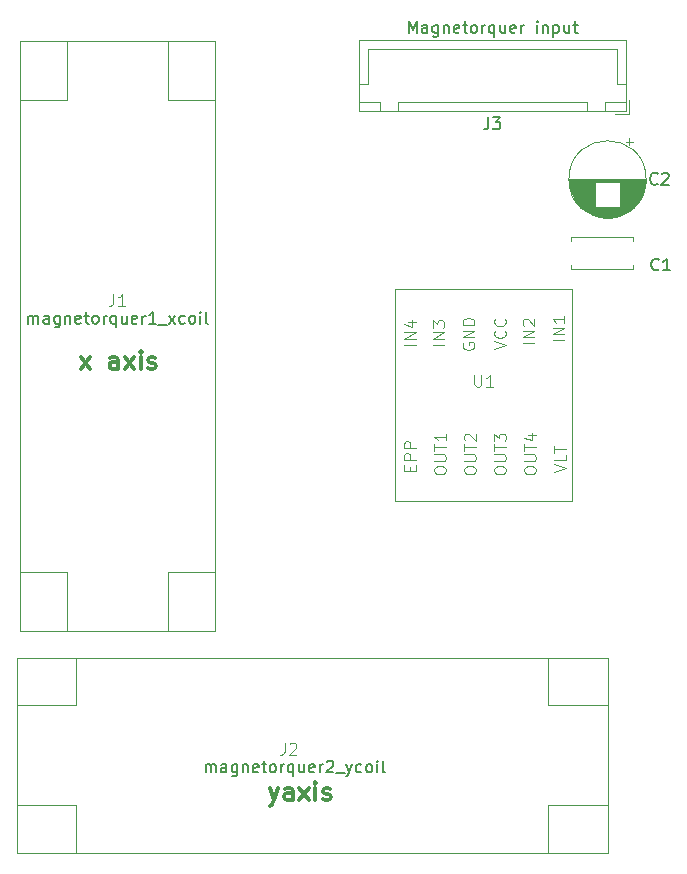
<source format=gbr>
%TF.GenerationSoftware,KiCad,Pcbnew,9.0.4*%
%TF.CreationDate,2025-10-27T02:18:45+05:45*%
%TF.ProjectId,magnetorquer,6d61676e-6574-46f7-9271-7565722e6b69,rev?*%
%TF.SameCoordinates,Original*%
%TF.FileFunction,Legend,Top*%
%TF.FilePolarity,Positive*%
%FSLAX46Y46*%
G04 Gerber Fmt 4.6, Leading zero omitted, Abs format (unit mm)*
G04 Created by KiCad (PCBNEW 9.0.4) date 2025-10-27 02:18:45*
%MOMM*%
%LPD*%
G01*
G04 APERTURE LIST*
%ADD10C,0.300000*%
%ADD11C,0.100000*%
%ADD12C,0.150000*%
%ADD13C,0.120000*%
G04 APERTURE END LIST*
D10*
X36411653Y-66300828D02*
X36768796Y-67300828D01*
X37125939Y-66300828D02*
X36768796Y-67300828D01*
X36768796Y-67300828D02*
X36625939Y-67657971D01*
X36625939Y-67657971D02*
X36554510Y-67729400D01*
X36554510Y-67729400D02*
X36411653Y-67800828D01*
X38340225Y-67300828D02*
X38340225Y-66515114D01*
X38340225Y-66515114D02*
X38268796Y-66372257D01*
X38268796Y-66372257D02*
X38125939Y-66300828D01*
X38125939Y-66300828D02*
X37840225Y-66300828D01*
X37840225Y-66300828D02*
X37697367Y-66372257D01*
X38340225Y-67229400D02*
X38197367Y-67300828D01*
X38197367Y-67300828D02*
X37840225Y-67300828D01*
X37840225Y-67300828D02*
X37697367Y-67229400D01*
X37697367Y-67229400D02*
X37625939Y-67086542D01*
X37625939Y-67086542D02*
X37625939Y-66943685D01*
X37625939Y-66943685D02*
X37697367Y-66800828D01*
X37697367Y-66800828D02*
X37840225Y-66729400D01*
X37840225Y-66729400D02*
X38197367Y-66729400D01*
X38197367Y-66729400D02*
X38340225Y-66657971D01*
X38911653Y-67300828D02*
X39697368Y-66300828D01*
X38911653Y-66300828D02*
X39697368Y-67300828D01*
X40268796Y-67300828D02*
X40268796Y-66300828D01*
X40268796Y-65800828D02*
X40197368Y-65872257D01*
X40197368Y-65872257D02*
X40268796Y-65943685D01*
X40268796Y-65943685D02*
X40340225Y-65872257D01*
X40340225Y-65872257D02*
X40268796Y-65800828D01*
X40268796Y-65800828D02*
X40268796Y-65943685D01*
X40911654Y-67229400D02*
X41054511Y-67300828D01*
X41054511Y-67300828D02*
X41340225Y-67300828D01*
X41340225Y-67300828D02*
X41483082Y-67229400D01*
X41483082Y-67229400D02*
X41554511Y-67086542D01*
X41554511Y-67086542D02*
X41554511Y-67015114D01*
X41554511Y-67015114D02*
X41483082Y-66872257D01*
X41483082Y-66872257D02*
X41340225Y-66800828D01*
X41340225Y-66800828D02*
X41125940Y-66800828D01*
X41125940Y-66800828D02*
X40983082Y-66729400D01*
X40983082Y-66729400D02*
X40911654Y-66586542D01*
X40911654Y-66586542D02*
X40911654Y-66515114D01*
X40911654Y-66515114D02*
X40983082Y-66372257D01*
X40983082Y-66372257D02*
X41125940Y-66300828D01*
X41125940Y-66300828D02*
X41340225Y-66300828D01*
X41340225Y-66300828D02*
X41483082Y-66372257D01*
X20411653Y-30800828D02*
X21197368Y-29800828D01*
X20411653Y-29800828D02*
X21197368Y-30800828D01*
X23554511Y-30800828D02*
X23554511Y-30015114D01*
X23554511Y-30015114D02*
X23483082Y-29872257D01*
X23483082Y-29872257D02*
X23340225Y-29800828D01*
X23340225Y-29800828D02*
X23054511Y-29800828D01*
X23054511Y-29800828D02*
X22911653Y-29872257D01*
X23554511Y-30729400D02*
X23411653Y-30800828D01*
X23411653Y-30800828D02*
X23054511Y-30800828D01*
X23054511Y-30800828D02*
X22911653Y-30729400D01*
X22911653Y-30729400D02*
X22840225Y-30586542D01*
X22840225Y-30586542D02*
X22840225Y-30443685D01*
X22840225Y-30443685D02*
X22911653Y-30300828D01*
X22911653Y-30300828D02*
X23054511Y-30229400D01*
X23054511Y-30229400D02*
X23411653Y-30229400D01*
X23411653Y-30229400D02*
X23554511Y-30157971D01*
X24125939Y-30800828D02*
X24911654Y-29800828D01*
X24125939Y-29800828D02*
X24911654Y-30800828D01*
X25483082Y-30800828D02*
X25483082Y-29800828D01*
X25483082Y-29300828D02*
X25411654Y-29372257D01*
X25411654Y-29372257D02*
X25483082Y-29443685D01*
X25483082Y-29443685D02*
X25554511Y-29372257D01*
X25554511Y-29372257D02*
X25483082Y-29300828D01*
X25483082Y-29300828D02*
X25483082Y-29443685D01*
X26125940Y-30729400D02*
X26268797Y-30800828D01*
X26268797Y-30800828D02*
X26554511Y-30800828D01*
X26554511Y-30800828D02*
X26697368Y-30729400D01*
X26697368Y-30729400D02*
X26768797Y-30586542D01*
X26768797Y-30586542D02*
X26768797Y-30515114D01*
X26768797Y-30515114D02*
X26697368Y-30372257D01*
X26697368Y-30372257D02*
X26554511Y-30300828D01*
X26554511Y-30300828D02*
X26340226Y-30300828D01*
X26340226Y-30300828D02*
X26197368Y-30229400D01*
X26197368Y-30229400D02*
X26125940Y-30086542D01*
X26125940Y-30086542D02*
X26125940Y-30015114D01*
X26125940Y-30015114D02*
X26197368Y-29872257D01*
X26197368Y-29872257D02*
X26340226Y-29800828D01*
X26340226Y-29800828D02*
X26554511Y-29800828D01*
X26554511Y-29800828D02*
X26697368Y-29872257D01*
D11*
X53738095Y-31297419D02*
X53738095Y-32106942D01*
X53738095Y-32106942D02*
X53785714Y-32202180D01*
X53785714Y-32202180D02*
X53833333Y-32249800D01*
X53833333Y-32249800D02*
X53928571Y-32297419D01*
X53928571Y-32297419D02*
X54119047Y-32297419D01*
X54119047Y-32297419D02*
X54214285Y-32249800D01*
X54214285Y-32249800D02*
X54261904Y-32202180D01*
X54261904Y-32202180D02*
X54309523Y-32106942D01*
X54309523Y-32106942D02*
X54309523Y-31297419D01*
X55309523Y-32297419D02*
X54738095Y-32297419D01*
X55023809Y-32297419D02*
X55023809Y-31297419D01*
X55023809Y-31297419D02*
X54928571Y-31440276D01*
X54928571Y-31440276D02*
X54833333Y-31535514D01*
X54833333Y-31535514D02*
X54738095Y-31583133D01*
X48784419Y-28742115D02*
X47784419Y-28742115D01*
X48784419Y-28265925D02*
X47784419Y-28265925D01*
X47784419Y-28265925D02*
X48784419Y-27694497D01*
X48784419Y-27694497D02*
X47784419Y-27694497D01*
X48117752Y-26789735D02*
X48784419Y-26789735D01*
X47736800Y-27027830D02*
X48451085Y-27265925D01*
X48451085Y-27265925D02*
X48451085Y-26646878D01*
X61357419Y-28361115D02*
X60357419Y-28361115D01*
X61357419Y-27884925D02*
X60357419Y-27884925D01*
X60357419Y-27884925D02*
X61357419Y-27313497D01*
X61357419Y-27313497D02*
X60357419Y-27313497D01*
X61357419Y-26313497D02*
X61357419Y-26884925D01*
X61357419Y-26599211D02*
X60357419Y-26599211D01*
X60357419Y-26599211D02*
X60500276Y-26694449D01*
X60500276Y-26694449D02*
X60595514Y-26789687D01*
X60595514Y-26789687D02*
X60643133Y-26884925D01*
X55404419Y-29138972D02*
X56404419Y-28805639D01*
X56404419Y-28805639D02*
X55404419Y-28472306D01*
X56309180Y-27567544D02*
X56356800Y-27615163D01*
X56356800Y-27615163D02*
X56404419Y-27758020D01*
X56404419Y-27758020D02*
X56404419Y-27853258D01*
X56404419Y-27853258D02*
X56356800Y-27996115D01*
X56356800Y-27996115D02*
X56261561Y-28091353D01*
X56261561Y-28091353D02*
X56166323Y-28138972D01*
X56166323Y-28138972D02*
X55975847Y-28186591D01*
X55975847Y-28186591D02*
X55832990Y-28186591D01*
X55832990Y-28186591D02*
X55642514Y-28138972D01*
X55642514Y-28138972D02*
X55547276Y-28091353D01*
X55547276Y-28091353D02*
X55452038Y-27996115D01*
X55452038Y-27996115D02*
X55404419Y-27853258D01*
X55404419Y-27853258D02*
X55404419Y-27758020D01*
X55404419Y-27758020D02*
X55452038Y-27615163D01*
X55452038Y-27615163D02*
X55499657Y-27567544D01*
X56309180Y-26567544D02*
X56356800Y-26615163D01*
X56356800Y-26615163D02*
X56404419Y-26758020D01*
X56404419Y-26758020D02*
X56404419Y-26853258D01*
X56404419Y-26853258D02*
X56356800Y-26996115D01*
X56356800Y-26996115D02*
X56261561Y-27091353D01*
X56261561Y-27091353D02*
X56166323Y-27138972D01*
X56166323Y-27138972D02*
X55975847Y-27186591D01*
X55975847Y-27186591D02*
X55832990Y-27186591D01*
X55832990Y-27186591D02*
X55642514Y-27138972D01*
X55642514Y-27138972D02*
X55547276Y-27091353D01*
X55547276Y-27091353D02*
X55452038Y-26996115D01*
X55452038Y-26996115D02*
X55404419Y-26853258D01*
X55404419Y-26853258D02*
X55404419Y-26758020D01*
X55404419Y-26758020D02*
X55452038Y-26615163D01*
X55452038Y-26615163D02*
X55499657Y-26567544D01*
X60484419Y-39552972D02*
X61484419Y-39219639D01*
X61484419Y-39219639D02*
X60484419Y-38886306D01*
X61484419Y-38076782D02*
X61484419Y-38552972D01*
X61484419Y-38552972D02*
X60484419Y-38552972D01*
X60484419Y-37886305D02*
X60484419Y-37314877D01*
X61484419Y-37600591D02*
X60484419Y-37600591D01*
X48260609Y-39410115D02*
X48260609Y-39076782D01*
X48784419Y-38933925D02*
X48784419Y-39410115D01*
X48784419Y-39410115D02*
X47784419Y-39410115D01*
X47784419Y-39410115D02*
X47784419Y-38933925D01*
X48784419Y-38505353D02*
X47784419Y-38505353D01*
X47784419Y-38505353D02*
X47784419Y-38124401D01*
X47784419Y-38124401D02*
X47832038Y-38029163D01*
X47832038Y-38029163D02*
X47879657Y-37981544D01*
X47879657Y-37981544D02*
X47974895Y-37933925D01*
X47974895Y-37933925D02*
X48117752Y-37933925D01*
X48117752Y-37933925D02*
X48212990Y-37981544D01*
X48212990Y-37981544D02*
X48260609Y-38029163D01*
X48260609Y-38029163D02*
X48308228Y-38124401D01*
X48308228Y-38124401D02*
X48308228Y-38505353D01*
X48784419Y-37505353D02*
X47784419Y-37505353D01*
X47784419Y-37505353D02*
X47784419Y-37124401D01*
X47784419Y-37124401D02*
X47832038Y-37029163D01*
X47832038Y-37029163D02*
X47879657Y-36981544D01*
X47879657Y-36981544D02*
X47974895Y-36933925D01*
X47974895Y-36933925D02*
X48117752Y-36933925D01*
X48117752Y-36933925D02*
X48212990Y-36981544D01*
X48212990Y-36981544D02*
X48260609Y-37029163D01*
X48260609Y-37029163D02*
X48308228Y-37124401D01*
X48308228Y-37124401D02*
X48308228Y-37505353D01*
X52864419Y-39473639D02*
X52864419Y-39283163D01*
X52864419Y-39283163D02*
X52912038Y-39187925D01*
X52912038Y-39187925D02*
X53007276Y-39092687D01*
X53007276Y-39092687D02*
X53197752Y-39045068D01*
X53197752Y-39045068D02*
X53531085Y-39045068D01*
X53531085Y-39045068D02*
X53721561Y-39092687D01*
X53721561Y-39092687D02*
X53816800Y-39187925D01*
X53816800Y-39187925D02*
X53864419Y-39283163D01*
X53864419Y-39283163D02*
X53864419Y-39473639D01*
X53864419Y-39473639D02*
X53816800Y-39568877D01*
X53816800Y-39568877D02*
X53721561Y-39664115D01*
X53721561Y-39664115D02*
X53531085Y-39711734D01*
X53531085Y-39711734D02*
X53197752Y-39711734D01*
X53197752Y-39711734D02*
X53007276Y-39664115D01*
X53007276Y-39664115D02*
X52912038Y-39568877D01*
X52912038Y-39568877D02*
X52864419Y-39473639D01*
X52864419Y-38616496D02*
X53673942Y-38616496D01*
X53673942Y-38616496D02*
X53769180Y-38568877D01*
X53769180Y-38568877D02*
X53816800Y-38521258D01*
X53816800Y-38521258D02*
X53864419Y-38426020D01*
X53864419Y-38426020D02*
X53864419Y-38235544D01*
X53864419Y-38235544D02*
X53816800Y-38140306D01*
X53816800Y-38140306D02*
X53769180Y-38092687D01*
X53769180Y-38092687D02*
X53673942Y-38045068D01*
X53673942Y-38045068D02*
X52864419Y-38045068D01*
X52864419Y-37711734D02*
X52864419Y-37140306D01*
X53864419Y-37426020D02*
X52864419Y-37426020D01*
X52959657Y-36854591D02*
X52912038Y-36806972D01*
X52912038Y-36806972D02*
X52864419Y-36711734D01*
X52864419Y-36711734D02*
X52864419Y-36473639D01*
X52864419Y-36473639D02*
X52912038Y-36378401D01*
X52912038Y-36378401D02*
X52959657Y-36330782D01*
X52959657Y-36330782D02*
X53054895Y-36283163D01*
X53054895Y-36283163D02*
X53150133Y-36283163D01*
X53150133Y-36283163D02*
X53292990Y-36330782D01*
X53292990Y-36330782D02*
X53864419Y-36902210D01*
X53864419Y-36902210D02*
X53864419Y-36283163D01*
X51197419Y-28742115D02*
X50197419Y-28742115D01*
X51197419Y-28265925D02*
X50197419Y-28265925D01*
X50197419Y-28265925D02*
X51197419Y-27694497D01*
X51197419Y-27694497D02*
X50197419Y-27694497D01*
X50197419Y-27313544D02*
X50197419Y-26694497D01*
X50197419Y-26694497D02*
X50578371Y-27027830D01*
X50578371Y-27027830D02*
X50578371Y-26884973D01*
X50578371Y-26884973D02*
X50625990Y-26789735D01*
X50625990Y-26789735D02*
X50673609Y-26742116D01*
X50673609Y-26742116D02*
X50768847Y-26694497D01*
X50768847Y-26694497D02*
X51006942Y-26694497D01*
X51006942Y-26694497D02*
X51102180Y-26742116D01*
X51102180Y-26742116D02*
X51149800Y-26789735D01*
X51149800Y-26789735D02*
X51197419Y-26884973D01*
X51197419Y-26884973D02*
X51197419Y-27170687D01*
X51197419Y-27170687D02*
X51149800Y-27265925D01*
X51149800Y-27265925D02*
X51102180Y-27313544D01*
X57944419Y-39473639D02*
X57944419Y-39283163D01*
X57944419Y-39283163D02*
X57992038Y-39187925D01*
X57992038Y-39187925D02*
X58087276Y-39092687D01*
X58087276Y-39092687D02*
X58277752Y-39045068D01*
X58277752Y-39045068D02*
X58611085Y-39045068D01*
X58611085Y-39045068D02*
X58801561Y-39092687D01*
X58801561Y-39092687D02*
X58896800Y-39187925D01*
X58896800Y-39187925D02*
X58944419Y-39283163D01*
X58944419Y-39283163D02*
X58944419Y-39473639D01*
X58944419Y-39473639D02*
X58896800Y-39568877D01*
X58896800Y-39568877D02*
X58801561Y-39664115D01*
X58801561Y-39664115D02*
X58611085Y-39711734D01*
X58611085Y-39711734D02*
X58277752Y-39711734D01*
X58277752Y-39711734D02*
X58087276Y-39664115D01*
X58087276Y-39664115D02*
X57992038Y-39568877D01*
X57992038Y-39568877D02*
X57944419Y-39473639D01*
X57944419Y-38616496D02*
X58753942Y-38616496D01*
X58753942Y-38616496D02*
X58849180Y-38568877D01*
X58849180Y-38568877D02*
X58896800Y-38521258D01*
X58896800Y-38521258D02*
X58944419Y-38426020D01*
X58944419Y-38426020D02*
X58944419Y-38235544D01*
X58944419Y-38235544D02*
X58896800Y-38140306D01*
X58896800Y-38140306D02*
X58849180Y-38092687D01*
X58849180Y-38092687D02*
X58753942Y-38045068D01*
X58753942Y-38045068D02*
X57944419Y-38045068D01*
X57944419Y-37711734D02*
X57944419Y-37140306D01*
X58944419Y-37426020D02*
X57944419Y-37426020D01*
X58277752Y-36378401D02*
X58944419Y-36378401D01*
X57896800Y-36616496D02*
X58611085Y-36854591D01*
X58611085Y-36854591D02*
X58611085Y-36235544D01*
X55404419Y-39473639D02*
X55404419Y-39283163D01*
X55404419Y-39283163D02*
X55452038Y-39187925D01*
X55452038Y-39187925D02*
X55547276Y-39092687D01*
X55547276Y-39092687D02*
X55737752Y-39045068D01*
X55737752Y-39045068D02*
X56071085Y-39045068D01*
X56071085Y-39045068D02*
X56261561Y-39092687D01*
X56261561Y-39092687D02*
X56356800Y-39187925D01*
X56356800Y-39187925D02*
X56404419Y-39283163D01*
X56404419Y-39283163D02*
X56404419Y-39473639D01*
X56404419Y-39473639D02*
X56356800Y-39568877D01*
X56356800Y-39568877D02*
X56261561Y-39664115D01*
X56261561Y-39664115D02*
X56071085Y-39711734D01*
X56071085Y-39711734D02*
X55737752Y-39711734D01*
X55737752Y-39711734D02*
X55547276Y-39664115D01*
X55547276Y-39664115D02*
X55452038Y-39568877D01*
X55452038Y-39568877D02*
X55404419Y-39473639D01*
X55404419Y-38616496D02*
X56213942Y-38616496D01*
X56213942Y-38616496D02*
X56309180Y-38568877D01*
X56309180Y-38568877D02*
X56356800Y-38521258D01*
X56356800Y-38521258D02*
X56404419Y-38426020D01*
X56404419Y-38426020D02*
X56404419Y-38235544D01*
X56404419Y-38235544D02*
X56356800Y-38140306D01*
X56356800Y-38140306D02*
X56309180Y-38092687D01*
X56309180Y-38092687D02*
X56213942Y-38045068D01*
X56213942Y-38045068D02*
X55404419Y-38045068D01*
X55404419Y-37711734D02*
X55404419Y-37140306D01*
X56404419Y-37426020D02*
X55404419Y-37426020D01*
X55404419Y-36902210D02*
X55404419Y-36283163D01*
X55404419Y-36283163D02*
X55785371Y-36616496D01*
X55785371Y-36616496D02*
X55785371Y-36473639D01*
X55785371Y-36473639D02*
X55832990Y-36378401D01*
X55832990Y-36378401D02*
X55880609Y-36330782D01*
X55880609Y-36330782D02*
X55975847Y-36283163D01*
X55975847Y-36283163D02*
X56213942Y-36283163D01*
X56213942Y-36283163D02*
X56309180Y-36330782D01*
X56309180Y-36330782D02*
X56356800Y-36378401D01*
X56356800Y-36378401D02*
X56404419Y-36473639D01*
X56404419Y-36473639D02*
X56404419Y-36759353D01*
X56404419Y-36759353D02*
X56356800Y-36854591D01*
X56356800Y-36854591D02*
X56309180Y-36902210D01*
X50324419Y-39473639D02*
X50324419Y-39283163D01*
X50324419Y-39283163D02*
X50372038Y-39187925D01*
X50372038Y-39187925D02*
X50467276Y-39092687D01*
X50467276Y-39092687D02*
X50657752Y-39045068D01*
X50657752Y-39045068D02*
X50991085Y-39045068D01*
X50991085Y-39045068D02*
X51181561Y-39092687D01*
X51181561Y-39092687D02*
X51276800Y-39187925D01*
X51276800Y-39187925D02*
X51324419Y-39283163D01*
X51324419Y-39283163D02*
X51324419Y-39473639D01*
X51324419Y-39473639D02*
X51276800Y-39568877D01*
X51276800Y-39568877D02*
X51181561Y-39664115D01*
X51181561Y-39664115D02*
X50991085Y-39711734D01*
X50991085Y-39711734D02*
X50657752Y-39711734D01*
X50657752Y-39711734D02*
X50467276Y-39664115D01*
X50467276Y-39664115D02*
X50372038Y-39568877D01*
X50372038Y-39568877D02*
X50324419Y-39473639D01*
X50324419Y-38616496D02*
X51133942Y-38616496D01*
X51133942Y-38616496D02*
X51229180Y-38568877D01*
X51229180Y-38568877D02*
X51276800Y-38521258D01*
X51276800Y-38521258D02*
X51324419Y-38426020D01*
X51324419Y-38426020D02*
X51324419Y-38235544D01*
X51324419Y-38235544D02*
X51276800Y-38140306D01*
X51276800Y-38140306D02*
X51229180Y-38092687D01*
X51229180Y-38092687D02*
X51133942Y-38045068D01*
X51133942Y-38045068D02*
X50324419Y-38045068D01*
X50324419Y-37711734D02*
X50324419Y-37140306D01*
X51324419Y-37426020D02*
X50324419Y-37426020D01*
X51324419Y-36283163D02*
X51324419Y-36854591D01*
X51324419Y-36568877D02*
X50324419Y-36568877D01*
X50324419Y-36568877D02*
X50467276Y-36664115D01*
X50467276Y-36664115D02*
X50562514Y-36759353D01*
X50562514Y-36759353D02*
X50610133Y-36854591D01*
X52785038Y-28599306D02*
X52737419Y-28694544D01*
X52737419Y-28694544D02*
X52737419Y-28837401D01*
X52737419Y-28837401D02*
X52785038Y-28980258D01*
X52785038Y-28980258D02*
X52880276Y-29075496D01*
X52880276Y-29075496D02*
X52975514Y-29123115D01*
X52975514Y-29123115D02*
X53165990Y-29170734D01*
X53165990Y-29170734D02*
X53308847Y-29170734D01*
X53308847Y-29170734D02*
X53499323Y-29123115D01*
X53499323Y-29123115D02*
X53594561Y-29075496D01*
X53594561Y-29075496D02*
X53689800Y-28980258D01*
X53689800Y-28980258D02*
X53737419Y-28837401D01*
X53737419Y-28837401D02*
X53737419Y-28742163D01*
X53737419Y-28742163D02*
X53689800Y-28599306D01*
X53689800Y-28599306D02*
X53642180Y-28551687D01*
X53642180Y-28551687D02*
X53308847Y-28551687D01*
X53308847Y-28551687D02*
X53308847Y-28742163D01*
X53737419Y-28123115D02*
X52737419Y-28123115D01*
X52737419Y-28123115D02*
X53737419Y-27551687D01*
X53737419Y-27551687D02*
X52737419Y-27551687D01*
X53737419Y-27075496D02*
X52737419Y-27075496D01*
X52737419Y-27075496D02*
X52737419Y-26837401D01*
X52737419Y-26837401D02*
X52785038Y-26694544D01*
X52785038Y-26694544D02*
X52880276Y-26599306D01*
X52880276Y-26599306D02*
X52975514Y-26551687D01*
X52975514Y-26551687D02*
X53165990Y-26504068D01*
X53165990Y-26504068D02*
X53308847Y-26504068D01*
X53308847Y-26504068D02*
X53499323Y-26551687D01*
X53499323Y-26551687D02*
X53594561Y-26599306D01*
X53594561Y-26599306D02*
X53689800Y-26694544D01*
X53689800Y-26694544D02*
X53737419Y-26837401D01*
X53737419Y-26837401D02*
X53737419Y-27075496D01*
X58817419Y-28615115D02*
X57817419Y-28615115D01*
X58817419Y-28138925D02*
X57817419Y-28138925D01*
X57817419Y-28138925D02*
X58817419Y-27567497D01*
X58817419Y-27567497D02*
X57817419Y-27567497D01*
X57912657Y-27138925D02*
X57865038Y-27091306D01*
X57865038Y-27091306D02*
X57817419Y-26996068D01*
X57817419Y-26996068D02*
X57817419Y-26757973D01*
X57817419Y-26757973D02*
X57865038Y-26662735D01*
X57865038Y-26662735D02*
X57912657Y-26615116D01*
X57912657Y-26615116D02*
X58007895Y-26567497D01*
X58007895Y-26567497D02*
X58103133Y-26567497D01*
X58103133Y-26567497D02*
X58245990Y-26615116D01*
X58245990Y-26615116D02*
X58817419Y-27186544D01*
X58817419Y-27186544D02*
X58817419Y-26567497D01*
D12*
X54916666Y-9504819D02*
X54916666Y-10219104D01*
X54916666Y-10219104D02*
X54869047Y-10361961D01*
X54869047Y-10361961D02*
X54773809Y-10457200D01*
X54773809Y-10457200D02*
X54630952Y-10504819D01*
X54630952Y-10504819D02*
X54535714Y-10504819D01*
X55297619Y-9504819D02*
X55916666Y-9504819D01*
X55916666Y-9504819D02*
X55583333Y-9885771D01*
X55583333Y-9885771D02*
X55726190Y-9885771D01*
X55726190Y-9885771D02*
X55821428Y-9933390D01*
X55821428Y-9933390D02*
X55869047Y-9981009D01*
X55869047Y-9981009D02*
X55916666Y-10076247D01*
X55916666Y-10076247D02*
X55916666Y-10314342D01*
X55916666Y-10314342D02*
X55869047Y-10409580D01*
X55869047Y-10409580D02*
X55821428Y-10457200D01*
X55821428Y-10457200D02*
X55726190Y-10504819D01*
X55726190Y-10504819D02*
X55440476Y-10504819D01*
X55440476Y-10504819D02*
X55345238Y-10457200D01*
X55345238Y-10457200D02*
X55297619Y-10409580D01*
X48178570Y-2354819D02*
X48178570Y-1354819D01*
X48178570Y-1354819D02*
X48511903Y-2069104D01*
X48511903Y-2069104D02*
X48845236Y-1354819D01*
X48845236Y-1354819D02*
X48845236Y-2354819D01*
X49749998Y-2354819D02*
X49749998Y-1831009D01*
X49749998Y-1831009D02*
X49702379Y-1735771D01*
X49702379Y-1735771D02*
X49607141Y-1688152D01*
X49607141Y-1688152D02*
X49416665Y-1688152D01*
X49416665Y-1688152D02*
X49321427Y-1735771D01*
X49749998Y-2307200D02*
X49654760Y-2354819D01*
X49654760Y-2354819D02*
X49416665Y-2354819D01*
X49416665Y-2354819D02*
X49321427Y-2307200D01*
X49321427Y-2307200D02*
X49273808Y-2211961D01*
X49273808Y-2211961D02*
X49273808Y-2116723D01*
X49273808Y-2116723D02*
X49321427Y-2021485D01*
X49321427Y-2021485D02*
X49416665Y-1973866D01*
X49416665Y-1973866D02*
X49654760Y-1973866D01*
X49654760Y-1973866D02*
X49749998Y-1926247D01*
X50654760Y-1688152D02*
X50654760Y-2497676D01*
X50654760Y-2497676D02*
X50607141Y-2592914D01*
X50607141Y-2592914D02*
X50559522Y-2640533D01*
X50559522Y-2640533D02*
X50464284Y-2688152D01*
X50464284Y-2688152D02*
X50321427Y-2688152D01*
X50321427Y-2688152D02*
X50226189Y-2640533D01*
X50654760Y-2307200D02*
X50559522Y-2354819D01*
X50559522Y-2354819D02*
X50369046Y-2354819D01*
X50369046Y-2354819D02*
X50273808Y-2307200D01*
X50273808Y-2307200D02*
X50226189Y-2259580D01*
X50226189Y-2259580D02*
X50178570Y-2164342D01*
X50178570Y-2164342D02*
X50178570Y-1878628D01*
X50178570Y-1878628D02*
X50226189Y-1783390D01*
X50226189Y-1783390D02*
X50273808Y-1735771D01*
X50273808Y-1735771D02*
X50369046Y-1688152D01*
X50369046Y-1688152D02*
X50559522Y-1688152D01*
X50559522Y-1688152D02*
X50654760Y-1735771D01*
X51130951Y-1688152D02*
X51130951Y-2354819D01*
X51130951Y-1783390D02*
X51178570Y-1735771D01*
X51178570Y-1735771D02*
X51273808Y-1688152D01*
X51273808Y-1688152D02*
X51416665Y-1688152D01*
X51416665Y-1688152D02*
X51511903Y-1735771D01*
X51511903Y-1735771D02*
X51559522Y-1831009D01*
X51559522Y-1831009D02*
X51559522Y-2354819D01*
X52416665Y-2307200D02*
X52321427Y-2354819D01*
X52321427Y-2354819D02*
X52130951Y-2354819D01*
X52130951Y-2354819D02*
X52035713Y-2307200D01*
X52035713Y-2307200D02*
X51988094Y-2211961D01*
X51988094Y-2211961D02*
X51988094Y-1831009D01*
X51988094Y-1831009D02*
X52035713Y-1735771D01*
X52035713Y-1735771D02*
X52130951Y-1688152D01*
X52130951Y-1688152D02*
X52321427Y-1688152D01*
X52321427Y-1688152D02*
X52416665Y-1735771D01*
X52416665Y-1735771D02*
X52464284Y-1831009D01*
X52464284Y-1831009D02*
X52464284Y-1926247D01*
X52464284Y-1926247D02*
X51988094Y-2021485D01*
X52749999Y-1688152D02*
X53130951Y-1688152D01*
X52892856Y-1354819D02*
X52892856Y-2211961D01*
X52892856Y-2211961D02*
X52940475Y-2307200D01*
X52940475Y-2307200D02*
X53035713Y-2354819D01*
X53035713Y-2354819D02*
X53130951Y-2354819D01*
X53607142Y-2354819D02*
X53511904Y-2307200D01*
X53511904Y-2307200D02*
X53464285Y-2259580D01*
X53464285Y-2259580D02*
X53416666Y-2164342D01*
X53416666Y-2164342D02*
X53416666Y-1878628D01*
X53416666Y-1878628D02*
X53464285Y-1783390D01*
X53464285Y-1783390D02*
X53511904Y-1735771D01*
X53511904Y-1735771D02*
X53607142Y-1688152D01*
X53607142Y-1688152D02*
X53749999Y-1688152D01*
X53749999Y-1688152D02*
X53845237Y-1735771D01*
X53845237Y-1735771D02*
X53892856Y-1783390D01*
X53892856Y-1783390D02*
X53940475Y-1878628D01*
X53940475Y-1878628D02*
X53940475Y-2164342D01*
X53940475Y-2164342D02*
X53892856Y-2259580D01*
X53892856Y-2259580D02*
X53845237Y-2307200D01*
X53845237Y-2307200D02*
X53749999Y-2354819D01*
X53749999Y-2354819D02*
X53607142Y-2354819D01*
X54369047Y-2354819D02*
X54369047Y-1688152D01*
X54369047Y-1878628D02*
X54416666Y-1783390D01*
X54416666Y-1783390D02*
X54464285Y-1735771D01*
X54464285Y-1735771D02*
X54559523Y-1688152D01*
X54559523Y-1688152D02*
X54654761Y-1688152D01*
X55416666Y-1688152D02*
X55416666Y-2688152D01*
X55416666Y-2307200D02*
X55321428Y-2354819D01*
X55321428Y-2354819D02*
X55130952Y-2354819D01*
X55130952Y-2354819D02*
X55035714Y-2307200D01*
X55035714Y-2307200D02*
X54988095Y-2259580D01*
X54988095Y-2259580D02*
X54940476Y-2164342D01*
X54940476Y-2164342D02*
X54940476Y-1878628D01*
X54940476Y-1878628D02*
X54988095Y-1783390D01*
X54988095Y-1783390D02*
X55035714Y-1735771D01*
X55035714Y-1735771D02*
X55130952Y-1688152D01*
X55130952Y-1688152D02*
X55321428Y-1688152D01*
X55321428Y-1688152D02*
X55416666Y-1735771D01*
X56321428Y-1688152D02*
X56321428Y-2354819D01*
X55892857Y-1688152D02*
X55892857Y-2211961D01*
X55892857Y-2211961D02*
X55940476Y-2307200D01*
X55940476Y-2307200D02*
X56035714Y-2354819D01*
X56035714Y-2354819D02*
X56178571Y-2354819D01*
X56178571Y-2354819D02*
X56273809Y-2307200D01*
X56273809Y-2307200D02*
X56321428Y-2259580D01*
X57178571Y-2307200D02*
X57083333Y-2354819D01*
X57083333Y-2354819D02*
X56892857Y-2354819D01*
X56892857Y-2354819D02*
X56797619Y-2307200D01*
X56797619Y-2307200D02*
X56750000Y-2211961D01*
X56750000Y-2211961D02*
X56750000Y-1831009D01*
X56750000Y-1831009D02*
X56797619Y-1735771D01*
X56797619Y-1735771D02*
X56892857Y-1688152D01*
X56892857Y-1688152D02*
X57083333Y-1688152D01*
X57083333Y-1688152D02*
X57178571Y-1735771D01*
X57178571Y-1735771D02*
X57226190Y-1831009D01*
X57226190Y-1831009D02*
X57226190Y-1926247D01*
X57226190Y-1926247D02*
X56750000Y-2021485D01*
X57654762Y-2354819D02*
X57654762Y-1688152D01*
X57654762Y-1878628D02*
X57702381Y-1783390D01*
X57702381Y-1783390D02*
X57750000Y-1735771D01*
X57750000Y-1735771D02*
X57845238Y-1688152D01*
X57845238Y-1688152D02*
X57940476Y-1688152D01*
X59035715Y-2354819D02*
X59035715Y-1688152D01*
X59035715Y-1354819D02*
X58988096Y-1402438D01*
X58988096Y-1402438D02*
X59035715Y-1450057D01*
X59035715Y-1450057D02*
X59083334Y-1402438D01*
X59083334Y-1402438D02*
X59035715Y-1354819D01*
X59035715Y-1354819D02*
X59035715Y-1450057D01*
X59511905Y-1688152D02*
X59511905Y-2354819D01*
X59511905Y-1783390D02*
X59559524Y-1735771D01*
X59559524Y-1735771D02*
X59654762Y-1688152D01*
X59654762Y-1688152D02*
X59797619Y-1688152D01*
X59797619Y-1688152D02*
X59892857Y-1735771D01*
X59892857Y-1735771D02*
X59940476Y-1831009D01*
X59940476Y-1831009D02*
X59940476Y-2354819D01*
X60416667Y-1688152D02*
X60416667Y-2688152D01*
X60416667Y-1735771D02*
X60511905Y-1688152D01*
X60511905Y-1688152D02*
X60702381Y-1688152D01*
X60702381Y-1688152D02*
X60797619Y-1735771D01*
X60797619Y-1735771D02*
X60845238Y-1783390D01*
X60845238Y-1783390D02*
X60892857Y-1878628D01*
X60892857Y-1878628D02*
X60892857Y-2164342D01*
X60892857Y-2164342D02*
X60845238Y-2259580D01*
X60845238Y-2259580D02*
X60797619Y-2307200D01*
X60797619Y-2307200D02*
X60702381Y-2354819D01*
X60702381Y-2354819D02*
X60511905Y-2354819D01*
X60511905Y-2354819D02*
X60416667Y-2307200D01*
X61750000Y-1688152D02*
X61750000Y-2354819D01*
X61321429Y-1688152D02*
X61321429Y-2211961D01*
X61321429Y-2211961D02*
X61369048Y-2307200D01*
X61369048Y-2307200D02*
X61464286Y-2354819D01*
X61464286Y-2354819D02*
X61607143Y-2354819D01*
X61607143Y-2354819D02*
X61702381Y-2307200D01*
X61702381Y-2307200D02*
X61750000Y-2259580D01*
X62083334Y-1688152D02*
X62464286Y-1688152D01*
X62226191Y-1354819D02*
X62226191Y-2211961D01*
X62226191Y-2211961D02*
X62273810Y-2307200D01*
X62273810Y-2307200D02*
X62369048Y-2354819D01*
X62369048Y-2354819D02*
X62464286Y-2354819D01*
X69233333Y-15109580D02*
X69185714Y-15157200D01*
X69185714Y-15157200D02*
X69042857Y-15204819D01*
X69042857Y-15204819D02*
X68947619Y-15204819D01*
X68947619Y-15204819D02*
X68804762Y-15157200D01*
X68804762Y-15157200D02*
X68709524Y-15061961D01*
X68709524Y-15061961D02*
X68661905Y-14966723D01*
X68661905Y-14966723D02*
X68614286Y-14776247D01*
X68614286Y-14776247D02*
X68614286Y-14633390D01*
X68614286Y-14633390D02*
X68661905Y-14442914D01*
X68661905Y-14442914D02*
X68709524Y-14347676D01*
X68709524Y-14347676D02*
X68804762Y-14252438D01*
X68804762Y-14252438D02*
X68947619Y-14204819D01*
X68947619Y-14204819D02*
X69042857Y-14204819D01*
X69042857Y-14204819D02*
X69185714Y-14252438D01*
X69185714Y-14252438D02*
X69233333Y-14300057D01*
X69614286Y-14300057D02*
X69661905Y-14252438D01*
X69661905Y-14252438D02*
X69757143Y-14204819D01*
X69757143Y-14204819D02*
X69995238Y-14204819D01*
X69995238Y-14204819D02*
X70090476Y-14252438D01*
X70090476Y-14252438D02*
X70138095Y-14300057D01*
X70138095Y-14300057D02*
X70185714Y-14395295D01*
X70185714Y-14395295D02*
X70185714Y-14490533D01*
X70185714Y-14490533D02*
X70138095Y-14633390D01*
X70138095Y-14633390D02*
X69566667Y-15204819D01*
X69566667Y-15204819D02*
X70185714Y-15204819D01*
X69333333Y-22359580D02*
X69285714Y-22407200D01*
X69285714Y-22407200D02*
X69142857Y-22454819D01*
X69142857Y-22454819D02*
X69047619Y-22454819D01*
X69047619Y-22454819D02*
X68904762Y-22407200D01*
X68904762Y-22407200D02*
X68809524Y-22311961D01*
X68809524Y-22311961D02*
X68761905Y-22216723D01*
X68761905Y-22216723D02*
X68714286Y-22026247D01*
X68714286Y-22026247D02*
X68714286Y-21883390D01*
X68714286Y-21883390D02*
X68761905Y-21692914D01*
X68761905Y-21692914D02*
X68809524Y-21597676D01*
X68809524Y-21597676D02*
X68904762Y-21502438D01*
X68904762Y-21502438D02*
X69047619Y-21454819D01*
X69047619Y-21454819D02*
X69142857Y-21454819D01*
X69142857Y-21454819D02*
X69285714Y-21502438D01*
X69285714Y-21502438D02*
X69333333Y-21550057D01*
X70285714Y-22454819D02*
X69714286Y-22454819D01*
X70000000Y-22454819D02*
X70000000Y-21454819D01*
X70000000Y-21454819D02*
X69904762Y-21597676D01*
X69904762Y-21597676D02*
X69809524Y-21692914D01*
X69809524Y-21692914D02*
X69714286Y-21740533D01*
D11*
X23166666Y-24457419D02*
X23166666Y-25171704D01*
X23166666Y-25171704D02*
X23119047Y-25314561D01*
X23119047Y-25314561D02*
X23023809Y-25409800D01*
X23023809Y-25409800D02*
X22880952Y-25457419D01*
X22880952Y-25457419D02*
X22785714Y-25457419D01*
X24166666Y-25457419D02*
X23595238Y-25457419D01*
X23880952Y-25457419D02*
X23880952Y-24457419D01*
X23880952Y-24457419D02*
X23785714Y-24600276D01*
X23785714Y-24600276D02*
X23690476Y-24695514D01*
X23690476Y-24695514D02*
X23595238Y-24743133D01*
D12*
X15952380Y-26954819D02*
X15952380Y-26288152D01*
X15952380Y-26383390D02*
X15999999Y-26335771D01*
X15999999Y-26335771D02*
X16095237Y-26288152D01*
X16095237Y-26288152D02*
X16238094Y-26288152D01*
X16238094Y-26288152D02*
X16333332Y-26335771D01*
X16333332Y-26335771D02*
X16380951Y-26431009D01*
X16380951Y-26431009D02*
X16380951Y-26954819D01*
X16380951Y-26431009D02*
X16428570Y-26335771D01*
X16428570Y-26335771D02*
X16523808Y-26288152D01*
X16523808Y-26288152D02*
X16666665Y-26288152D01*
X16666665Y-26288152D02*
X16761904Y-26335771D01*
X16761904Y-26335771D02*
X16809523Y-26431009D01*
X16809523Y-26431009D02*
X16809523Y-26954819D01*
X17714284Y-26954819D02*
X17714284Y-26431009D01*
X17714284Y-26431009D02*
X17666665Y-26335771D01*
X17666665Y-26335771D02*
X17571427Y-26288152D01*
X17571427Y-26288152D02*
X17380951Y-26288152D01*
X17380951Y-26288152D02*
X17285713Y-26335771D01*
X17714284Y-26907200D02*
X17619046Y-26954819D01*
X17619046Y-26954819D02*
X17380951Y-26954819D01*
X17380951Y-26954819D02*
X17285713Y-26907200D01*
X17285713Y-26907200D02*
X17238094Y-26811961D01*
X17238094Y-26811961D02*
X17238094Y-26716723D01*
X17238094Y-26716723D02*
X17285713Y-26621485D01*
X17285713Y-26621485D02*
X17380951Y-26573866D01*
X17380951Y-26573866D02*
X17619046Y-26573866D01*
X17619046Y-26573866D02*
X17714284Y-26526247D01*
X18619046Y-26288152D02*
X18619046Y-27097676D01*
X18619046Y-27097676D02*
X18571427Y-27192914D01*
X18571427Y-27192914D02*
X18523808Y-27240533D01*
X18523808Y-27240533D02*
X18428570Y-27288152D01*
X18428570Y-27288152D02*
X18285713Y-27288152D01*
X18285713Y-27288152D02*
X18190475Y-27240533D01*
X18619046Y-26907200D02*
X18523808Y-26954819D01*
X18523808Y-26954819D02*
X18333332Y-26954819D01*
X18333332Y-26954819D02*
X18238094Y-26907200D01*
X18238094Y-26907200D02*
X18190475Y-26859580D01*
X18190475Y-26859580D02*
X18142856Y-26764342D01*
X18142856Y-26764342D02*
X18142856Y-26478628D01*
X18142856Y-26478628D02*
X18190475Y-26383390D01*
X18190475Y-26383390D02*
X18238094Y-26335771D01*
X18238094Y-26335771D02*
X18333332Y-26288152D01*
X18333332Y-26288152D02*
X18523808Y-26288152D01*
X18523808Y-26288152D02*
X18619046Y-26335771D01*
X19095237Y-26288152D02*
X19095237Y-26954819D01*
X19095237Y-26383390D02*
X19142856Y-26335771D01*
X19142856Y-26335771D02*
X19238094Y-26288152D01*
X19238094Y-26288152D02*
X19380951Y-26288152D01*
X19380951Y-26288152D02*
X19476189Y-26335771D01*
X19476189Y-26335771D02*
X19523808Y-26431009D01*
X19523808Y-26431009D02*
X19523808Y-26954819D01*
X20380951Y-26907200D02*
X20285713Y-26954819D01*
X20285713Y-26954819D02*
X20095237Y-26954819D01*
X20095237Y-26954819D02*
X19999999Y-26907200D01*
X19999999Y-26907200D02*
X19952380Y-26811961D01*
X19952380Y-26811961D02*
X19952380Y-26431009D01*
X19952380Y-26431009D02*
X19999999Y-26335771D01*
X19999999Y-26335771D02*
X20095237Y-26288152D01*
X20095237Y-26288152D02*
X20285713Y-26288152D01*
X20285713Y-26288152D02*
X20380951Y-26335771D01*
X20380951Y-26335771D02*
X20428570Y-26431009D01*
X20428570Y-26431009D02*
X20428570Y-26526247D01*
X20428570Y-26526247D02*
X19952380Y-26621485D01*
X20714285Y-26288152D02*
X21095237Y-26288152D01*
X20857142Y-25954819D02*
X20857142Y-26811961D01*
X20857142Y-26811961D02*
X20904761Y-26907200D01*
X20904761Y-26907200D02*
X20999999Y-26954819D01*
X20999999Y-26954819D02*
X21095237Y-26954819D01*
X21571428Y-26954819D02*
X21476190Y-26907200D01*
X21476190Y-26907200D02*
X21428571Y-26859580D01*
X21428571Y-26859580D02*
X21380952Y-26764342D01*
X21380952Y-26764342D02*
X21380952Y-26478628D01*
X21380952Y-26478628D02*
X21428571Y-26383390D01*
X21428571Y-26383390D02*
X21476190Y-26335771D01*
X21476190Y-26335771D02*
X21571428Y-26288152D01*
X21571428Y-26288152D02*
X21714285Y-26288152D01*
X21714285Y-26288152D02*
X21809523Y-26335771D01*
X21809523Y-26335771D02*
X21857142Y-26383390D01*
X21857142Y-26383390D02*
X21904761Y-26478628D01*
X21904761Y-26478628D02*
X21904761Y-26764342D01*
X21904761Y-26764342D02*
X21857142Y-26859580D01*
X21857142Y-26859580D02*
X21809523Y-26907200D01*
X21809523Y-26907200D02*
X21714285Y-26954819D01*
X21714285Y-26954819D02*
X21571428Y-26954819D01*
X22333333Y-26954819D02*
X22333333Y-26288152D01*
X22333333Y-26478628D02*
X22380952Y-26383390D01*
X22380952Y-26383390D02*
X22428571Y-26335771D01*
X22428571Y-26335771D02*
X22523809Y-26288152D01*
X22523809Y-26288152D02*
X22619047Y-26288152D01*
X23380952Y-26288152D02*
X23380952Y-27288152D01*
X23380952Y-26907200D02*
X23285714Y-26954819D01*
X23285714Y-26954819D02*
X23095238Y-26954819D01*
X23095238Y-26954819D02*
X23000000Y-26907200D01*
X23000000Y-26907200D02*
X22952381Y-26859580D01*
X22952381Y-26859580D02*
X22904762Y-26764342D01*
X22904762Y-26764342D02*
X22904762Y-26478628D01*
X22904762Y-26478628D02*
X22952381Y-26383390D01*
X22952381Y-26383390D02*
X23000000Y-26335771D01*
X23000000Y-26335771D02*
X23095238Y-26288152D01*
X23095238Y-26288152D02*
X23285714Y-26288152D01*
X23285714Y-26288152D02*
X23380952Y-26335771D01*
X24285714Y-26288152D02*
X24285714Y-26954819D01*
X23857143Y-26288152D02*
X23857143Y-26811961D01*
X23857143Y-26811961D02*
X23904762Y-26907200D01*
X23904762Y-26907200D02*
X24000000Y-26954819D01*
X24000000Y-26954819D02*
X24142857Y-26954819D01*
X24142857Y-26954819D02*
X24238095Y-26907200D01*
X24238095Y-26907200D02*
X24285714Y-26859580D01*
X25142857Y-26907200D02*
X25047619Y-26954819D01*
X25047619Y-26954819D02*
X24857143Y-26954819D01*
X24857143Y-26954819D02*
X24761905Y-26907200D01*
X24761905Y-26907200D02*
X24714286Y-26811961D01*
X24714286Y-26811961D02*
X24714286Y-26431009D01*
X24714286Y-26431009D02*
X24761905Y-26335771D01*
X24761905Y-26335771D02*
X24857143Y-26288152D01*
X24857143Y-26288152D02*
X25047619Y-26288152D01*
X25047619Y-26288152D02*
X25142857Y-26335771D01*
X25142857Y-26335771D02*
X25190476Y-26431009D01*
X25190476Y-26431009D02*
X25190476Y-26526247D01*
X25190476Y-26526247D02*
X24714286Y-26621485D01*
X25619048Y-26954819D02*
X25619048Y-26288152D01*
X25619048Y-26478628D02*
X25666667Y-26383390D01*
X25666667Y-26383390D02*
X25714286Y-26335771D01*
X25714286Y-26335771D02*
X25809524Y-26288152D01*
X25809524Y-26288152D02*
X25904762Y-26288152D01*
X26761905Y-26954819D02*
X26190477Y-26954819D01*
X26476191Y-26954819D02*
X26476191Y-25954819D01*
X26476191Y-25954819D02*
X26380953Y-26097676D01*
X26380953Y-26097676D02*
X26285715Y-26192914D01*
X26285715Y-26192914D02*
X26190477Y-26240533D01*
X26952382Y-27050057D02*
X27714286Y-27050057D01*
X27857144Y-26954819D02*
X28380953Y-26288152D01*
X27857144Y-26288152D02*
X28380953Y-26954819D01*
X29190477Y-26907200D02*
X29095239Y-26954819D01*
X29095239Y-26954819D02*
X28904763Y-26954819D01*
X28904763Y-26954819D02*
X28809525Y-26907200D01*
X28809525Y-26907200D02*
X28761906Y-26859580D01*
X28761906Y-26859580D02*
X28714287Y-26764342D01*
X28714287Y-26764342D02*
X28714287Y-26478628D01*
X28714287Y-26478628D02*
X28761906Y-26383390D01*
X28761906Y-26383390D02*
X28809525Y-26335771D01*
X28809525Y-26335771D02*
X28904763Y-26288152D01*
X28904763Y-26288152D02*
X29095239Y-26288152D01*
X29095239Y-26288152D02*
X29190477Y-26335771D01*
X29761906Y-26954819D02*
X29666668Y-26907200D01*
X29666668Y-26907200D02*
X29619049Y-26859580D01*
X29619049Y-26859580D02*
X29571430Y-26764342D01*
X29571430Y-26764342D02*
X29571430Y-26478628D01*
X29571430Y-26478628D02*
X29619049Y-26383390D01*
X29619049Y-26383390D02*
X29666668Y-26335771D01*
X29666668Y-26335771D02*
X29761906Y-26288152D01*
X29761906Y-26288152D02*
X29904763Y-26288152D01*
X29904763Y-26288152D02*
X30000001Y-26335771D01*
X30000001Y-26335771D02*
X30047620Y-26383390D01*
X30047620Y-26383390D02*
X30095239Y-26478628D01*
X30095239Y-26478628D02*
X30095239Y-26764342D01*
X30095239Y-26764342D02*
X30047620Y-26859580D01*
X30047620Y-26859580D02*
X30000001Y-26907200D01*
X30000001Y-26907200D02*
X29904763Y-26954819D01*
X29904763Y-26954819D02*
X29761906Y-26954819D01*
X30523811Y-26954819D02*
X30523811Y-26288152D01*
X30523811Y-25954819D02*
X30476192Y-26002438D01*
X30476192Y-26002438D02*
X30523811Y-26050057D01*
X30523811Y-26050057D02*
X30571430Y-26002438D01*
X30571430Y-26002438D02*
X30523811Y-25954819D01*
X30523811Y-25954819D02*
X30523811Y-26050057D01*
X31142858Y-26954819D02*
X31047620Y-26907200D01*
X31047620Y-26907200D02*
X31000001Y-26811961D01*
X31000001Y-26811961D02*
X31000001Y-25954819D01*
D11*
X37666666Y-62457419D02*
X37666666Y-63171704D01*
X37666666Y-63171704D02*
X37619047Y-63314561D01*
X37619047Y-63314561D02*
X37523809Y-63409800D01*
X37523809Y-63409800D02*
X37380952Y-63457419D01*
X37380952Y-63457419D02*
X37285714Y-63457419D01*
X38095238Y-62552657D02*
X38142857Y-62505038D01*
X38142857Y-62505038D02*
X38238095Y-62457419D01*
X38238095Y-62457419D02*
X38476190Y-62457419D01*
X38476190Y-62457419D02*
X38571428Y-62505038D01*
X38571428Y-62505038D02*
X38619047Y-62552657D01*
X38619047Y-62552657D02*
X38666666Y-62647895D01*
X38666666Y-62647895D02*
X38666666Y-62743133D01*
X38666666Y-62743133D02*
X38619047Y-62885990D01*
X38619047Y-62885990D02*
X38047619Y-63457419D01*
X38047619Y-63457419D02*
X38666666Y-63457419D01*
D12*
X30976189Y-64954819D02*
X30976189Y-64288152D01*
X30976189Y-64383390D02*
X31023808Y-64335771D01*
X31023808Y-64335771D02*
X31119046Y-64288152D01*
X31119046Y-64288152D02*
X31261903Y-64288152D01*
X31261903Y-64288152D02*
X31357141Y-64335771D01*
X31357141Y-64335771D02*
X31404760Y-64431009D01*
X31404760Y-64431009D02*
X31404760Y-64954819D01*
X31404760Y-64431009D02*
X31452379Y-64335771D01*
X31452379Y-64335771D02*
X31547617Y-64288152D01*
X31547617Y-64288152D02*
X31690474Y-64288152D01*
X31690474Y-64288152D02*
X31785713Y-64335771D01*
X31785713Y-64335771D02*
X31833332Y-64431009D01*
X31833332Y-64431009D02*
X31833332Y-64954819D01*
X32738093Y-64954819D02*
X32738093Y-64431009D01*
X32738093Y-64431009D02*
X32690474Y-64335771D01*
X32690474Y-64335771D02*
X32595236Y-64288152D01*
X32595236Y-64288152D02*
X32404760Y-64288152D01*
X32404760Y-64288152D02*
X32309522Y-64335771D01*
X32738093Y-64907200D02*
X32642855Y-64954819D01*
X32642855Y-64954819D02*
X32404760Y-64954819D01*
X32404760Y-64954819D02*
X32309522Y-64907200D01*
X32309522Y-64907200D02*
X32261903Y-64811961D01*
X32261903Y-64811961D02*
X32261903Y-64716723D01*
X32261903Y-64716723D02*
X32309522Y-64621485D01*
X32309522Y-64621485D02*
X32404760Y-64573866D01*
X32404760Y-64573866D02*
X32642855Y-64573866D01*
X32642855Y-64573866D02*
X32738093Y-64526247D01*
X33642855Y-64288152D02*
X33642855Y-65097676D01*
X33642855Y-65097676D02*
X33595236Y-65192914D01*
X33595236Y-65192914D02*
X33547617Y-65240533D01*
X33547617Y-65240533D02*
X33452379Y-65288152D01*
X33452379Y-65288152D02*
X33309522Y-65288152D01*
X33309522Y-65288152D02*
X33214284Y-65240533D01*
X33642855Y-64907200D02*
X33547617Y-64954819D01*
X33547617Y-64954819D02*
X33357141Y-64954819D01*
X33357141Y-64954819D02*
X33261903Y-64907200D01*
X33261903Y-64907200D02*
X33214284Y-64859580D01*
X33214284Y-64859580D02*
X33166665Y-64764342D01*
X33166665Y-64764342D02*
X33166665Y-64478628D01*
X33166665Y-64478628D02*
X33214284Y-64383390D01*
X33214284Y-64383390D02*
X33261903Y-64335771D01*
X33261903Y-64335771D02*
X33357141Y-64288152D01*
X33357141Y-64288152D02*
X33547617Y-64288152D01*
X33547617Y-64288152D02*
X33642855Y-64335771D01*
X34119046Y-64288152D02*
X34119046Y-64954819D01*
X34119046Y-64383390D02*
X34166665Y-64335771D01*
X34166665Y-64335771D02*
X34261903Y-64288152D01*
X34261903Y-64288152D02*
X34404760Y-64288152D01*
X34404760Y-64288152D02*
X34499998Y-64335771D01*
X34499998Y-64335771D02*
X34547617Y-64431009D01*
X34547617Y-64431009D02*
X34547617Y-64954819D01*
X35404760Y-64907200D02*
X35309522Y-64954819D01*
X35309522Y-64954819D02*
X35119046Y-64954819D01*
X35119046Y-64954819D02*
X35023808Y-64907200D01*
X35023808Y-64907200D02*
X34976189Y-64811961D01*
X34976189Y-64811961D02*
X34976189Y-64431009D01*
X34976189Y-64431009D02*
X35023808Y-64335771D01*
X35023808Y-64335771D02*
X35119046Y-64288152D01*
X35119046Y-64288152D02*
X35309522Y-64288152D01*
X35309522Y-64288152D02*
X35404760Y-64335771D01*
X35404760Y-64335771D02*
X35452379Y-64431009D01*
X35452379Y-64431009D02*
X35452379Y-64526247D01*
X35452379Y-64526247D02*
X34976189Y-64621485D01*
X35738094Y-64288152D02*
X36119046Y-64288152D01*
X35880951Y-63954819D02*
X35880951Y-64811961D01*
X35880951Y-64811961D02*
X35928570Y-64907200D01*
X35928570Y-64907200D02*
X36023808Y-64954819D01*
X36023808Y-64954819D02*
X36119046Y-64954819D01*
X36595237Y-64954819D02*
X36499999Y-64907200D01*
X36499999Y-64907200D02*
X36452380Y-64859580D01*
X36452380Y-64859580D02*
X36404761Y-64764342D01*
X36404761Y-64764342D02*
X36404761Y-64478628D01*
X36404761Y-64478628D02*
X36452380Y-64383390D01*
X36452380Y-64383390D02*
X36499999Y-64335771D01*
X36499999Y-64335771D02*
X36595237Y-64288152D01*
X36595237Y-64288152D02*
X36738094Y-64288152D01*
X36738094Y-64288152D02*
X36833332Y-64335771D01*
X36833332Y-64335771D02*
X36880951Y-64383390D01*
X36880951Y-64383390D02*
X36928570Y-64478628D01*
X36928570Y-64478628D02*
X36928570Y-64764342D01*
X36928570Y-64764342D02*
X36880951Y-64859580D01*
X36880951Y-64859580D02*
X36833332Y-64907200D01*
X36833332Y-64907200D02*
X36738094Y-64954819D01*
X36738094Y-64954819D02*
X36595237Y-64954819D01*
X37357142Y-64954819D02*
X37357142Y-64288152D01*
X37357142Y-64478628D02*
X37404761Y-64383390D01*
X37404761Y-64383390D02*
X37452380Y-64335771D01*
X37452380Y-64335771D02*
X37547618Y-64288152D01*
X37547618Y-64288152D02*
X37642856Y-64288152D01*
X38404761Y-64288152D02*
X38404761Y-65288152D01*
X38404761Y-64907200D02*
X38309523Y-64954819D01*
X38309523Y-64954819D02*
X38119047Y-64954819D01*
X38119047Y-64954819D02*
X38023809Y-64907200D01*
X38023809Y-64907200D02*
X37976190Y-64859580D01*
X37976190Y-64859580D02*
X37928571Y-64764342D01*
X37928571Y-64764342D02*
X37928571Y-64478628D01*
X37928571Y-64478628D02*
X37976190Y-64383390D01*
X37976190Y-64383390D02*
X38023809Y-64335771D01*
X38023809Y-64335771D02*
X38119047Y-64288152D01*
X38119047Y-64288152D02*
X38309523Y-64288152D01*
X38309523Y-64288152D02*
X38404761Y-64335771D01*
X39309523Y-64288152D02*
X39309523Y-64954819D01*
X38880952Y-64288152D02*
X38880952Y-64811961D01*
X38880952Y-64811961D02*
X38928571Y-64907200D01*
X38928571Y-64907200D02*
X39023809Y-64954819D01*
X39023809Y-64954819D02*
X39166666Y-64954819D01*
X39166666Y-64954819D02*
X39261904Y-64907200D01*
X39261904Y-64907200D02*
X39309523Y-64859580D01*
X40166666Y-64907200D02*
X40071428Y-64954819D01*
X40071428Y-64954819D02*
X39880952Y-64954819D01*
X39880952Y-64954819D02*
X39785714Y-64907200D01*
X39785714Y-64907200D02*
X39738095Y-64811961D01*
X39738095Y-64811961D02*
X39738095Y-64431009D01*
X39738095Y-64431009D02*
X39785714Y-64335771D01*
X39785714Y-64335771D02*
X39880952Y-64288152D01*
X39880952Y-64288152D02*
X40071428Y-64288152D01*
X40071428Y-64288152D02*
X40166666Y-64335771D01*
X40166666Y-64335771D02*
X40214285Y-64431009D01*
X40214285Y-64431009D02*
X40214285Y-64526247D01*
X40214285Y-64526247D02*
X39738095Y-64621485D01*
X40642857Y-64954819D02*
X40642857Y-64288152D01*
X40642857Y-64478628D02*
X40690476Y-64383390D01*
X40690476Y-64383390D02*
X40738095Y-64335771D01*
X40738095Y-64335771D02*
X40833333Y-64288152D01*
X40833333Y-64288152D02*
X40928571Y-64288152D01*
X41214286Y-64050057D02*
X41261905Y-64002438D01*
X41261905Y-64002438D02*
X41357143Y-63954819D01*
X41357143Y-63954819D02*
X41595238Y-63954819D01*
X41595238Y-63954819D02*
X41690476Y-64002438D01*
X41690476Y-64002438D02*
X41738095Y-64050057D01*
X41738095Y-64050057D02*
X41785714Y-64145295D01*
X41785714Y-64145295D02*
X41785714Y-64240533D01*
X41785714Y-64240533D02*
X41738095Y-64383390D01*
X41738095Y-64383390D02*
X41166667Y-64954819D01*
X41166667Y-64954819D02*
X41785714Y-64954819D01*
X41976191Y-65050057D02*
X42738095Y-65050057D01*
X42880953Y-64288152D02*
X43119048Y-64954819D01*
X43357143Y-64288152D02*
X43119048Y-64954819D01*
X43119048Y-64954819D02*
X43023810Y-65192914D01*
X43023810Y-65192914D02*
X42976191Y-65240533D01*
X42976191Y-65240533D02*
X42880953Y-65288152D01*
X44166667Y-64907200D02*
X44071429Y-64954819D01*
X44071429Y-64954819D02*
X43880953Y-64954819D01*
X43880953Y-64954819D02*
X43785715Y-64907200D01*
X43785715Y-64907200D02*
X43738096Y-64859580D01*
X43738096Y-64859580D02*
X43690477Y-64764342D01*
X43690477Y-64764342D02*
X43690477Y-64478628D01*
X43690477Y-64478628D02*
X43738096Y-64383390D01*
X43738096Y-64383390D02*
X43785715Y-64335771D01*
X43785715Y-64335771D02*
X43880953Y-64288152D01*
X43880953Y-64288152D02*
X44071429Y-64288152D01*
X44071429Y-64288152D02*
X44166667Y-64335771D01*
X44738096Y-64954819D02*
X44642858Y-64907200D01*
X44642858Y-64907200D02*
X44595239Y-64859580D01*
X44595239Y-64859580D02*
X44547620Y-64764342D01*
X44547620Y-64764342D02*
X44547620Y-64478628D01*
X44547620Y-64478628D02*
X44595239Y-64383390D01*
X44595239Y-64383390D02*
X44642858Y-64335771D01*
X44642858Y-64335771D02*
X44738096Y-64288152D01*
X44738096Y-64288152D02*
X44880953Y-64288152D01*
X44880953Y-64288152D02*
X44976191Y-64335771D01*
X44976191Y-64335771D02*
X45023810Y-64383390D01*
X45023810Y-64383390D02*
X45071429Y-64478628D01*
X45071429Y-64478628D02*
X45071429Y-64764342D01*
X45071429Y-64764342D02*
X45023810Y-64859580D01*
X45023810Y-64859580D02*
X44976191Y-64907200D01*
X44976191Y-64907200D02*
X44880953Y-64954819D01*
X44880953Y-64954819D02*
X44738096Y-64954819D01*
X45500001Y-64954819D02*
X45500001Y-64288152D01*
X45500001Y-63954819D02*
X45452382Y-64002438D01*
X45452382Y-64002438D02*
X45500001Y-64050057D01*
X45500001Y-64050057D02*
X45547620Y-64002438D01*
X45547620Y-64002438D02*
X45500001Y-63954819D01*
X45500001Y-63954819D02*
X45500001Y-64050057D01*
X46119048Y-64954819D02*
X46023810Y-64907200D01*
X46023810Y-64907200D02*
X45976191Y-64811961D01*
X45976191Y-64811961D02*
X45976191Y-63954819D01*
D11*
%TO.C,U1*%
X47000000Y-42000000D02*
X47000000Y-24000000D01*
X62000000Y-42000000D02*
X47000000Y-42000000D01*
X47000000Y-24000000D02*
X62000000Y-24000000D01*
X62000000Y-24000000D02*
X62000000Y-42000000D01*
D13*
%TO.C,J3*%
X66850000Y-9250000D02*
X66850000Y-8000000D01*
X66560000Y-8960000D02*
X66560000Y-2990000D01*
X66560000Y-2990000D02*
X43940000Y-2990000D01*
X66550000Y-8950000D02*
X66550000Y-8200000D01*
X66550000Y-8200000D02*
X64750000Y-8200000D01*
X66550000Y-6700000D02*
X65800000Y-6700000D01*
X65800000Y-6700000D02*
X65800000Y-3750000D01*
X65800000Y-3750000D02*
X55250000Y-3750000D01*
X65600000Y-9250000D02*
X66850000Y-9250000D01*
X64750000Y-8950000D02*
X66550000Y-8950000D01*
X64750000Y-8200000D02*
X64750000Y-8950000D01*
X63250000Y-8950000D02*
X63250000Y-8200000D01*
X63250000Y-8200000D02*
X47250000Y-8200000D01*
X47250000Y-8950000D02*
X63250000Y-8950000D01*
X47250000Y-8200000D02*
X47250000Y-8950000D01*
X45750000Y-8950000D02*
X45750000Y-8200000D01*
X45750000Y-8200000D02*
X43950000Y-8200000D01*
X44700000Y-6700000D02*
X44700000Y-3750000D01*
X44700000Y-3750000D02*
X55250000Y-3750000D01*
X43950000Y-8950000D02*
X45750000Y-8950000D01*
X43950000Y-8200000D02*
X43950000Y-8950000D01*
X43950000Y-6700000D02*
X44700000Y-6700000D01*
X43940000Y-8960000D02*
X66560000Y-8960000D01*
X43940000Y-2990000D02*
X43940000Y-8960000D01*
%TO.C,C2*%
X66839000Y-11249759D02*
X66839000Y-11879759D01*
X67154000Y-11564759D02*
X66524000Y-11564759D01*
X68230000Y-14750000D02*
X61770000Y-14750000D01*
X68230000Y-14790000D02*
X61770000Y-14790000D01*
X68229000Y-14830000D02*
X61771000Y-14830000D01*
X68228000Y-14870000D02*
X61772000Y-14870000D01*
X68226000Y-14910000D02*
X61774000Y-14910000D01*
X68224000Y-14950000D02*
X61776000Y-14950000D01*
X68221000Y-14990000D02*
X66040000Y-14990000D01*
X63960000Y-14990000D02*
X61779000Y-14990000D01*
X68218000Y-15030000D02*
X66040000Y-15030000D01*
X63960000Y-15030000D02*
X61782000Y-15030000D01*
X68214000Y-15070000D02*
X66040000Y-15070000D01*
X63960000Y-15070000D02*
X61786000Y-15070000D01*
X68210000Y-15110000D02*
X66040000Y-15110000D01*
X63960000Y-15110000D02*
X61790000Y-15110000D01*
X68205000Y-15150000D02*
X66040000Y-15150000D01*
X63960000Y-15150000D02*
X61795000Y-15150000D01*
X68200000Y-15190000D02*
X66040000Y-15190000D01*
X63960000Y-15190000D02*
X61800000Y-15190000D01*
X68195000Y-15230000D02*
X66040000Y-15230000D01*
X63960000Y-15230000D02*
X61805000Y-15230000D01*
X68188000Y-15270000D02*
X66040000Y-15270000D01*
X63960000Y-15270000D02*
X61812000Y-15270000D01*
X68182000Y-15310000D02*
X66040000Y-15310000D01*
X63960000Y-15310000D02*
X61818000Y-15310000D01*
X68174000Y-15350000D02*
X66040000Y-15350000D01*
X63960000Y-15350000D02*
X61826000Y-15350000D01*
X68167000Y-15390000D02*
X66040000Y-15390000D01*
X63960000Y-15390000D02*
X61833000Y-15390000D01*
X68159000Y-15430000D02*
X66040000Y-15430000D01*
X63960000Y-15430000D02*
X61841000Y-15430000D01*
X68150000Y-15470000D02*
X66040000Y-15470000D01*
X63960000Y-15470000D02*
X61850000Y-15470000D01*
X68140000Y-15510000D02*
X66040000Y-15510000D01*
X63960000Y-15510000D02*
X61860000Y-15510000D01*
X68131000Y-15550000D02*
X66040000Y-15550000D01*
X63960000Y-15550000D02*
X61869000Y-15550000D01*
X68120000Y-15590000D02*
X66040000Y-15590000D01*
X63960000Y-15590000D02*
X61880000Y-15590000D01*
X68109000Y-15630000D02*
X66040000Y-15630000D01*
X63960000Y-15630000D02*
X61891000Y-15630000D01*
X68098000Y-15670000D02*
X66040000Y-15670000D01*
X63960000Y-15670000D02*
X61902000Y-15670000D01*
X68086000Y-15710000D02*
X66040000Y-15710000D01*
X63960000Y-15710000D02*
X61914000Y-15710000D01*
X68073000Y-15750000D02*
X66040000Y-15750000D01*
X63960000Y-15750000D02*
X61927000Y-15750000D01*
X68060000Y-15790000D02*
X66040000Y-15790000D01*
X63960000Y-15790000D02*
X61940000Y-15790000D01*
X68047000Y-15830000D02*
X66040000Y-15830000D01*
X63960000Y-15830000D02*
X61953000Y-15830000D01*
X68032000Y-15870000D02*
X66040000Y-15870000D01*
X63960000Y-15870000D02*
X61968000Y-15870000D01*
X68017000Y-15910000D02*
X66040000Y-15910000D01*
X63960000Y-15910000D02*
X61983000Y-15910000D01*
X68002000Y-15950000D02*
X66040000Y-15950000D01*
X63960000Y-15950000D02*
X61998000Y-15950000D01*
X67986000Y-15990000D02*
X66040000Y-15990000D01*
X63960000Y-15990000D02*
X62014000Y-15990000D01*
X67969000Y-16030000D02*
X66040000Y-16030000D01*
X63960000Y-16030000D02*
X62031000Y-16030000D01*
X67952000Y-16070000D02*
X66040000Y-16070000D01*
X63960000Y-16070000D02*
X62048000Y-16070000D01*
X67934000Y-16110000D02*
X66040000Y-16110000D01*
X63960000Y-16110000D02*
X62066000Y-16110000D01*
X67915000Y-16150000D02*
X66040000Y-16150000D01*
X63960000Y-16150000D02*
X62085000Y-16150000D01*
X67896000Y-16190000D02*
X66040000Y-16190000D01*
X63960000Y-16190000D02*
X62104000Y-16190000D01*
X67876000Y-16230000D02*
X66040000Y-16230000D01*
X63960000Y-16230000D02*
X62124000Y-16230000D01*
X67855000Y-16270000D02*
X66040000Y-16270000D01*
X63960000Y-16270000D02*
X62145000Y-16270000D01*
X67834000Y-16310000D02*
X66040000Y-16310000D01*
X63960000Y-16310000D02*
X62166000Y-16310000D01*
X67812000Y-16350000D02*
X66040000Y-16350000D01*
X63960000Y-16350000D02*
X62188000Y-16350000D01*
X67789000Y-16390000D02*
X66040000Y-16390000D01*
X63960000Y-16390000D02*
X62211000Y-16390000D01*
X67765000Y-16430000D02*
X66040000Y-16430000D01*
X63960000Y-16430000D02*
X62235000Y-16430000D01*
X67741000Y-16470000D02*
X66040000Y-16470000D01*
X63960000Y-16470000D02*
X62259000Y-16470000D01*
X67716000Y-16510000D02*
X66040000Y-16510000D01*
X63960000Y-16510000D02*
X62284000Y-16510000D01*
X67690000Y-16550000D02*
X66040000Y-16550000D01*
X63960000Y-16550000D02*
X62310000Y-16550000D01*
X67663000Y-16590000D02*
X66040000Y-16590000D01*
X63960000Y-16590000D02*
X62337000Y-16590000D01*
X67636000Y-16630000D02*
X66040000Y-16630000D01*
X63960000Y-16630000D02*
X62364000Y-16630000D01*
X67607000Y-16670000D02*
X66040000Y-16670000D01*
X63960000Y-16670000D02*
X62393000Y-16670000D01*
X67577000Y-16710000D02*
X66040000Y-16710000D01*
X63960000Y-16710000D02*
X62423000Y-16710000D01*
X67547000Y-16750000D02*
X66040000Y-16750000D01*
X63960000Y-16750000D02*
X62453000Y-16750000D01*
X67516000Y-16790000D02*
X66040000Y-16790000D01*
X63960000Y-16790000D02*
X62484000Y-16790000D01*
X67483000Y-16830000D02*
X66040000Y-16830000D01*
X63960000Y-16830000D02*
X62517000Y-16830000D01*
X67450000Y-16870000D02*
X66040000Y-16870000D01*
X63960000Y-16870000D02*
X62550000Y-16870000D01*
X67415000Y-16910000D02*
X66040000Y-16910000D01*
X63960000Y-16910000D02*
X62585000Y-16910000D01*
X67379000Y-16950000D02*
X66040000Y-16950000D01*
X63960000Y-16950000D02*
X62621000Y-16950000D01*
X67342000Y-16990000D02*
X66040000Y-16990000D01*
X63960000Y-16990000D02*
X62658000Y-16990000D01*
X67304000Y-17030000D02*
X66040000Y-17030000D01*
X63960000Y-17030000D02*
X62696000Y-17030000D01*
X67264000Y-17070000D02*
X62736000Y-17070000D01*
X67223000Y-17110000D02*
X62777000Y-17110000D01*
X67181000Y-17150000D02*
X62819000Y-17150000D01*
X67137000Y-17190000D02*
X62863000Y-17190000D01*
X67091000Y-17230000D02*
X62909000Y-17230000D01*
X67044000Y-17270000D02*
X62956000Y-17270000D01*
X66995000Y-17310000D02*
X63005000Y-17310000D01*
X66943000Y-17350000D02*
X63057000Y-17350000D01*
X66890000Y-17390000D02*
X63110000Y-17390000D01*
X66834000Y-17430000D02*
X63166000Y-17430000D01*
X66775000Y-17470000D02*
X63225000Y-17470000D01*
X66714000Y-17510000D02*
X63286000Y-17510000D01*
X66649000Y-17550000D02*
X63351000Y-17550000D01*
X66581000Y-17590000D02*
X63419000Y-17590000D01*
X66509000Y-17630000D02*
X63491000Y-17630000D01*
X66432000Y-17670000D02*
X63568000Y-17670000D01*
X66350000Y-17710000D02*
X63650000Y-17710000D01*
X66261000Y-17750000D02*
X63739000Y-17750000D01*
X66165000Y-17790000D02*
X63835000Y-17790000D01*
X66058000Y-17830000D02*
X63942000Y-17830000D01*
X65939000Y-17870000D02*
X64061000Y-17870000D01*
X65801000Y-17910000D02*
X64199000Y-17910000D01*
X65633000Y-17950000D02*
X64367000Y-17950000D01*
X65402000Y-17990000D02*
X64598000Y-17990000D01*
X68270000Y-14750000D02*
G75*
G02*
X61730000Y-14750000I-3270000J0D01*
G01*
X61730000Y-14750000D02*
G75*
G02*
X68270000Y-14750000I3270000J0D01*
G01*
%TO.C,C1*%
X67120000Y-22370000D02*
X61880000Y-22370000D01*
X67120000Y-22033000D02*
X67120000Y-22370000D01*
X67120000Y-19630000D02*
X67120000Y-19967000D01*
X61880000Y-22370000D02*
X61880000Y-22033000D01*
X61880000Y-19967000D02*
X61880000Y-19630000D01*
X61880000Y-19630000D02*
X67120000Y-19630000D01*
D11*
%TO.C,J1*%
X15250000Y-3000000D02*
X31750000Y-3000000D01*
X15250000Y-53000000D02*
X15250000Y-3000000D01*
X31750000Y-3000000D02*
X31750000Y-53000000D01*
X31750000Y-53000000D02*
X15250000Y-53000000D01*
X15250000Y-3000000D02*
X19250000Y-3000000D01*
X19250000Y-8000000D01*
X15250000Y-8000000D01*
X15250000Y-3000000D01*
X15250000Y-3000000D02*
X31750000Y-3000000D01*
X31750000Y-53000000D01*
X15250000Y-53000000D01*
X15250000Y-3000000D01*
X15250000Y-48000000D02*
X19250000Y-48000000D01*
X19250000Y-53000000D01*
X15250000Y-53000000D01*
X15250000Y-48000000D01*
X27750000Y-3000000D02*
X31750000Y-3000000D01*
X31750000Y-8000000D01*
X27750000Y-8000000D01*
X27750000Y-3000000D01*
X27750000Y-48000000D02*
X31750000Y-48000000D01*
X31750000Y-53000000D01*
X27750000Y-53000000D01*
X27750000Y-48000000D01*
%TO.C,J2*%
X15000000Y-55250000D02*
X65000000Y-55250000D01*
X15000000Y-71750000D02*
X15000000Y-55250000D01*
X65000000Y-55250000D02*
X65000000Y-71750000D01*
X65000000Y-71750000D02*
X15000000Y-71750000D01*
X15000000Y-59250000D02*
X20000000Y-59250000D01*
X20000000Y-55250000D01*
X15000000Y-55250000D01*
X15000000Y-59250000D01*
X15000000Y-71750000D02*
X20000000Y-71750000D01*
X20000000Y-67750000D01*
X15000000Y-67750000D01*
X15000000Y-71750000D01*
X15000000Y-71750000D02*
X65000000Y-71750000D01*
X65000000Y-55250000D01*
X15000000Y-55250000D01*
X15000000Y-71750000D01*
X60000000Y-59250000D02*
X65000000Y-59250000D01*
X65000000Y-55250000D01*
X60000000Y-55250000D01*
X60000000Y-59250000D01*
X60000000Y-71750000D02*
X65000000Y-71750000D01*
X65000000Y-67750000D01*
X60000000Y-67750000D01*
X60000000Y-71750000D01*
%TD*%
M02*

</source>
